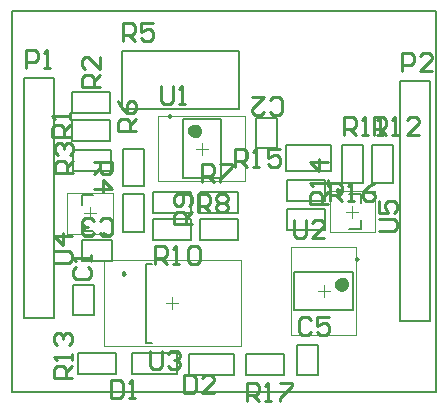
<source format=gto>
G04*
G04 #@! TF.GenerationSoftware,Altium Limited,Altium Designer,19.1.8 (144)*
G04*
G04 Layer_Color=65535*
%FSLAX25Y25*%
%MOIN*%
G70*
G01*
G75*
%ADD10C,0.00984*%
%ADD11C,0.02362*%
%ADD12C,0.00787*%
%ADD13C,0.01000*%
%ADD14C,0.00197*%
%ADD15C,0.00394*%
D10*
X382264Y266823D02*
X381526Y267249D01*
Y266397D01*
X382264Y266823D01*
X453768Y294587D02*
X453029Y295013D01*
Y294160D01*
X453768Y294587D01*
X375716Y279913D02*
X374978Y280340D01*
Y279487D01*
X375716Y279913D01*
X459839Y271728D02*
X459100Y272155D01*
Y271302D01*
X459839Y271728D01*
X397535Y319346D02*
X396797Y319773D01*
Y318920D01*
X397535Y319346D01*
D11*
X455587Y263362D02*
X455142Y264286D01*
X454143Y264514D01*
X453341Y263875D01*
Y262850D01*
X454143Y262211D01*
X455142Y262439D01*
X455587Y263362D01*
X406591Y314405D02*
X406146Y315329D01*
X405147Y315557D01*
X404345Y314918D01*
Y313893D01*
X405147Y313254D01*
X406146Y313482D01*
X406591Y314405D01*
D12*
X486000Y331000D02*
Y354500D01*
X344500D02*
X486000D01*
X446500Y233000D02*
Y243000D01*
X439500D02*
X446500D01*
X439500Y233000D02*
X446500D01*
X439500D02*
Y243000D01*
X381457Y293299D02*
X388543D01*
Y280701D02*
Y293299D01*
X381457Y280701D02*
X388543D01*
X381457D02*
Y293299D01*
X407201Y277957D02*
Y285043D01*
X419799D01*
Y277957D02*
Y285043D01*
X407201Y277957D02*
X419799D01*
X391701Y285043D02*
X404299D01*
X391701Y277957D02*
Y285043D01*
Y277957D02*
X404299D01*
Y285043D01*
X391701Y286957D02*
X404299D01*
Y294043D01*
X391701D02*
X404299D01*
X391701Y286957D02*
Y294043D01*
X344500Y351000D02*
Y354500D01*
X486000Y227500D02*
Y331000D01*
X344500Y227500D02*
X486000D01*
X344500D02*
Y351000D01*
X389252Y270189D02*
X391220D01*
X389252Y243811D02*
Y270189D01*
Y243811D02*
X391220D01*
X456819Y293406D02*
X460756D01*
Y290256D02*
Y293406D01*
X456819Y281594D02*
X460756D01*
Y284744D01*
X436201Y288543D02*
X448799D01*
X436201Y281457D02*
Y288543D01*
Y281457D02*
X448799D01*
Y288543D01*
X365000Y253146D02*
Y263146D01*
Y253146D02*
X372000D01*
X365000Y263146D02*
X372000D01*
Y253146D02*
Y263146D01*
X436201Y290957D02*
X448799D01*
Y298043D01*
X436201D02*
X448799D01*
X436201Y290957D02*
Y298043D01*
X436020Y301169D02*
Y309831D01*
X450980D01*
Y301169D02*
Y309831D01*
X436020Y301169D02*
X450980D01*
X367744Y281095D02*
X371681D01*
X367744D02*
Y284244D01*
Y292905D02*
X371681D01*
X367744Y289756D02*
Y292905D01*
X368000Y278000D02*
X378000D01*
X368000Y271000D02*
Y278000D01*
X378000Y271000D02*
Y278000D01*
X368000Y271000D02*
X378000D01*
X433000Y308854D02*
Y318854D01*
X426000D02*
X433000D01*
X426000Y308854D02*
X433000D01*
X426000D02*
Y318854D01*
X422701Y232957D02*
X435299D01*
Y240043D01*
X422701D02*
X435299D01*
X422701Y232957D02*
Y240043D01*
X403520Y232957D02*
X418480D01*
Y240043D01*
X403520D02*
X418480D01*
X403520Y232957D02*
Y240043D01*
X364701Y310957D02*
X377299D01*
Y318043D01*
X364701D02*
X377299D01*
X364701Y310957D02*
Y318043D01*
X381457Y295941D02*
Y308539D01*
Y295941D02*
X388543D01*
Y308539D01*
X381457D02*
X388543D01*
X364701Y320457D02*
X377299D01*
Y327543D01*
X364701D02*
X377299D01*
X364701Y320457D02*
Y327543D01*
X364941Y308043D02*
X377539D01*
X364941Y300957D02*
Y308043D01*
Y300957D02*
X377539D01*
Y308043D01*
X384520Y240543D02*
X399480D01*
X384520Y233457D02*
Y240543D01*
Y233457D02*
X399480D01*
Y240543D01*
X366461D02*
X379059D01*
X366461Y233457D02*
Y240543D01*
Y233457D02*
X379059D01*
Y240543D01*
X464457Y297201D02*
X471543D01*
X464457D02*
Y309799D01*
X471543D01*
Y297201D02*
Y309799D01*
X454457Y297201D02*
X461543D01*
X454457D02*
Y309799D01*
X461543D01*
Y297201D02*
Y309799D01*
X419799Y286957D02*
Y294043D01*
X407201Y286957D02*
X419799D01*
X407201D02*
Y294043D01*
X419799D01*
X381908Y321858D02*
X418768D01*
X420342D02*
Y341150D01*
X382055D02*
X420342D01*
X381120Y321858D02*
Y341150D01*
X418768Y321858D02*
X420342D01*
X381120Y321858D02*
X381908D01*
X381120Y341150D02*
X382055D01*
X474000Y251000D02*
X484000D01*
X474000D02*
Y331000D01*
X484000D01*
Y251000D02*
Y331000D01*
X438658Y254701D02*
Y267299D01*
X458343Y254701D02*
Y267299D01*
X438658Y254701D02*
X458343D01*
X438658Y267299D02*
X458343D01*
X348500Y252000D02*
X358500D01*
X348500D02*
Y332000D01*
X358500D01*
Y252000D02*
Y332000D01*
X401472Y298657D02*
X414071D01*
X401472Y318342D02*
X414071D01*
Y298657D02*
Y318342D01*
X401472Y298657D02*
Y318342D01*
X486000Y329500D02*
Y354500D01*
X344500D02*
X486000D01*
Y227500D02*
Y329500D01*
X344500Y227500D02*
Y354500D01*
Y227500D02*
X486000D01*
D13*
X444099Y251353D02*
X443099Y252352D01*
X441100D01*
X440100Y251353D01*
Y247354D01*
X441100Y246354D01*
X443099D01*
X444099Y247354D01*
X450097Y252352D02*
X446098D01*
Y249353D01*
X448097Y250353D01*
X449097D01*
X450097Y249353D01*
Y247354D01*
X449097Y246354D01*
X447098D01*
X446098Y247354D01*
X386000Y314500D02*
X380002D01*
Y317499D01*
X381002Y318499D01*
X383001D01*
X384001Y317499D01*
Y314500D01*
Y316499D02*
X386000Y318499D01*
X380002Y324497D02*
X381002Y322497D01*
X383001Y320498D01*
X385000D01*
X386000Y321498D01*
Y323497D01*
X385000Y324497D01*
X384001D01*
X383001Y323497D01*
Y320498D01*
X404500Y283500D02*
X398502D01*
Y286499D01*
X399502Y287499D01*
X401501D01*
X402501Y286499D01*
Y283500D01*
Y285499D02*
X404500Y287499D01*
X403500Y289498D02*
X404500Y290498D01*
Y292497D01*
X403500Y293497D01*
X399502D01*
X398502Y292497D01*
Y290498D01*
X399502Y289498D01*
X400501D01*
X401501Y290498D01*
Y293497D01*
X402000Y232998D02*
Y227000D01*
X404999D01*
X405999Y228000D01*
Y231998D01*
X404999Y232998D01*
X402000D01*
X411997Y227000D02*
X407998D01*
X411997Y230999D01*
Y231998D01*
X410997Y232998D01*
X408998D01*
X407998Y231998D01*
X423000Y224500D02*
Y230498D01*
X425999D01*
X426999Y229498D01*
Y227499D01*
X425999Y226499D01*
X423000D01*
X424999D02*
X426999Y224500D01*
X428998D02*
X430997D01*
X429998D01*
Y230498D01*
X428998Y229498D01*
X433996Y230498D02*
X437995D01*
Y229498D01*
X433996Y225500D01*
Y224500D01*
X467002Y281000D02*
X472000D01*
X473000Y282000D01*
Y283999D01*
X472000Y284999D01*
X467002D01*
Y290997D02*
Y286998D01*
X470001D01*
X469001Y288997D01*
Y289997D01*
X470001Y290997D01*
X472000D01*
X473000Y289997D01*
Y287998D01*
X472000Y286998D01*
X358502Y270500D02*
X363500D01*
X364500Y271500D01*
Y273499D01*
X363500Y274499D01*
X358502D01*
X364500Y279497D02*
X358502D01*
X361501Y276498D01*
Y280497D01*
X390500Y240998D02*
Y236000D01*
X391500Y235000D01*
X393499D01*
X394499Y236000D01*
Y240998D01*
X396498Y239998D02*
X397498Y240998D01*
X399497D01*
X400497Y239998D01*
Y238999D01*
X399497Y237999D01*
X398497D01*
X399497D01*
X400497Y236999D01*
Y236000D01*
X399497Y235000D01*
X397498D01*
X396498Y236000D01*
X438600Y284698D02*
Y279700D01*
X439600Y278700D01*
X441599D01*
X442599Y279700D01*
Y284698D01*
X448597Y278700D02*
X444598D01*
X448597Y282699D01*
Y283698D01*
X447597Y284698D01*
X445598D01*
X444598Y283698D01*
X394122Y329348D02*
Y324350D01*
X395121Y323350D01*
X397121D01*
X398120Y324350D01*
Y329348D01*
X400120Y323350D02*
X402119D01*
X401119D01*
Y329348D01*
X400120Y328348D01*
X450500Y291000D02*
Y296998D01*
X453499D01*
X454499Y295998D01*
Y293999D01*
X453499Y292999D01*
X450500D01*
X452499D02*
X454499Y291000D01*
X456498D02*
X458497D01*
X457498D01*
Y296998D01*
X456498Y295998D01*
X465495Y296998D02*
X463496Y295998D01*
X461496Y293999D01*
Y292000D01*
X462496Y291000D01*
X464496D01*
X465495Y292000D01*
Y292999D01*
X464496Y293999D01*
X461496D01*
X419000Y302500D02*
Y308498D01*
X421999D01*
X422999Y307498D01*
Y305499D01*
X421999Y304499D01*
X419000D01*
X420999D02*
X422999Y302500D01*
X424998D02*
X426997D01*
X425998D01*
Y308498D01*
X424998Y307498D01*
X433995Y308498D02*
X429996D01*
Y305499D01*
X431996Y306499D01*
X432996D01*
X433995Y305499D01*
Y303500D01*
X432996Y302500D01*
X430996D01*
X429996Y303500D01*
X450000Y290000D02*
X444002D01*
Y292999D01*
X445002Y293999D01*
X447001D01*
X448001Y292999D01*
Y290000D01*
Y291999D02*
X450000Y293999D01*
Y295998D02*
Y297997D01*
Y296998D01*
X444002D01*
X445002Y295998D01*
X450000Y303995D02*
X444002D01*
X447001Y300996D01*
Y304995D01*
X364520Y232000D02*
X358522D01*
Y234999D01*
X359521Y235999D01*
X361521D01*
X362520Y234999D01*
Y232000D01*
Y233999D02*
X364520Y235999D01*
Y237998D02*
Y239997D01*
Y238998D01*
X358522D01*
X359521Y237998D01*
Y242996D02*
X358522Y243996D01*
Y245995D01*
X359521Y246995D01*
X360521D01*
X361521Y245995D01*
Y244996D01*
Y245995D01*
X362520Y246995D01*
X363520D01*
X364520Y245995D01*
Y243996D01*
X363520Y242996D01*
X465100Y313200D02*
Y319198D01*
X468099D01*
X469099Y318198D01*
Y316199D01*
X468099Y315199D01*
X465100D01*
X467099D02*
X469099Y313200D01*
X471098D02*
X473097D01*
X472098D01*
Y319198D01*
X471098Y318198D01*
X480095Y313200D02*
X476096D01*
X480095Y317199D01*
Y318198D01*
X479096Y319198D01*
X477096D01*
X476096Y318198D01*
X455100Y313200D02*
Y319198D01*
X458099D01*
X459099Y318198D01*
Y316199D01*
X458099Y315199D01*
X455100D01*
X457099D02*
X459099Y313200D01*
X461098D02*
X463097D01*
X462098D01*
Y319198D01*
X461098Y318198D01*
X466096Y313200D02*
X468096D01*
X467096D01*
Y319198D01*
X466096Y318198D01*
X392260Y270000D02*
Y275998D01*
X395259D01*
X396259Y274998D01*
Y272999D01*
X395259Y271999D01*
X392260D01*
X394259D02*
X396259Y270000D01*
X398258D02*
X400257D01*
X399258D01*
Y275998D01*
X398258Y274998D01*
X403256D02*
X404256Y275998D01*
X406255D01*
X407255Y274998D01*
Y271000D01*
X406255Y270000D01*
X404256D01*
X403256Y271000D01*
Y274998D01*
X406500Y287500D02*
Y293498D01*
X409499D01*
X410499Y292498D01*
Y290499D01*
X409499Y289499D01*
X406500D01*
X408499D02*
X410499Y287500D01*
X412498Y292498D02*
X413498Y293498D01*
X415497D01*
X416497Y292498D01*
Y291499D01*
X415497Y290499D01*
X416497Y289499D01*
Y288500D01*
X415497Y287500D01*
X413498D01*
X412498Y288500D01*
Y289499D01*
X413498Y290499D01*
X412498Y291499D01*
Y292498D01*
X413498Y290499D02*
X415497D01*
X407800Y297400D02*
Y303398D01*
X410799D01*
X411799Y302398D01*
Y300399D01*
X410799Y299399D01*
X407800D01*
X409799D02*
X411799Y297400D01*
X413798Y303398D02*
X417797D01*
Y302398D01*
X413798Y298400D01*
Y297400D01*
X381700Y344500D02*
Y350498D01*
X384699D01*
X385699Y349498D01*
Y347499D01*
X384699Y346499D01*
X381700D01*
X383699D02*
X385699Y344500D01*
X391697Y350498D02*
X387698D01*
Y347499D01*
X389697Y348499D01*
X390697D01*
X391697Y347499D01*
Y345500D01*
X390697Y344500D01*
X388698D01*
X387698Y345500D01*
X372000Y304000D02*
X377998D01*
Y301001D01*
X376998Y300001D01*
X374999D01*
X373999Y301001D01*
Y304000D01*
Y302001D02*
X372000Y300001D01*
Y295003D02*
X377998D01*
X374999Y298002D01*
Y294003D01*
X364740Y300500D02*
X358742D01*
Y303499D01*
X359742Y304499D01*
X361741D01*
X362741Y303499D01*
Y300500D01*
Y302499D02*
X364740Y304499D01*
X359742Y306498D02*
X358742Y307498D01*
Y309497D01*
X359742Y310497D01*
X360741D01*
X361741Y309497D01*
Y308497D01*
Y309497D01*
X362741Y310497D01*
X363740D01*
X364740Y309497D01*
Y307498D01*
X363740Y306498D01*
X374000Y329000D02*
X368002D01*
Y331999D01*
X369002Y332999D01*
X371001D01*
X372001Y331999D01*
Y329000D01*
Y330999D02*
X374000Y332999D01*
Y338997D02*
Y334998D01*
X370001Y338997D01*
X369002D01*
X368002Y337997D01*
Y335998D01*
X369002Y334998D01*
X363740Y312500D02*
X357742D01*
Y315499D01*
X358742Y316499D01*
X360741D01*
X361741Y315499D01*
Y312500D01*
Y314499D02*
X363740Y316499D01*
Y318498D02*
Y320497D01*
Y319498D01*
X357742D01*
X358742Y318498D01*
X474600Y334400D02*
Y340398D01*
X477599D01*
X478599Y339398D01*
Y337399D01*
X477599Y336399D01*
X474600D01*
X484597Y334400D02*
X480598D01*
X484597Y338399D01*
Y339398D01*
X483597Y340398D01*
X481598D01*
X480598Y339398D01*
X349100Y335400D02*
Y341398D01*
X352099D01*
X353099Y340398D01*
Y338399D01*
X352099Y337399D01*
X349100D01*
X355098Y335400D02*
X357097D01*
X356098D01*
Y341398D01*
X355098Y340398D01*
X377500Y231498D02*
Y225500D01*
X380499D01*
X381499Y226500D01*
Y230498D01*
X380499Y231498D01*
X377500D01*
X383498Y225500D02*
X385497D01*
X384498D01*
Y231498D01*
X383498Y230498D01*
X374001Y280502D02*
X375001Y279502D01*
X377000D01*
X378000Y280502D01*
Y284500D01*
X377000Y285500D01*
X375001D01*
X374001Y284500D01*
X372002Y280502D02*
X371002Y279502D01*
X369003D01*
X368003Y280502D01*
Y281501D01*
X369003Y282501D01*
X370003D01*
X369003D01*
X368003Y283501D01*
Y284500D01*
X369003Y285500D01*
X371002D01*
X372002Y284500D01*
X430501Y320856D02*
X431501Y319856D01*
X433500D01*
X434500Y320856D01*
Y324855D01*
X433500Y325854D01*
X431501D01*
X430501Y324855D01*
X424503Y325854D02*
X428502D01*
X424503Y321856D01*
Y320856D01*
X425503Y319856D01*
X427502D01*
X428502Y320856D01*
X366002Y268999D02*
X365002Y267999D01*
Y266000D01*
X366002Y265000D01*
X370000D01*
X371000Y266000D01*
Y267999D01*
X370000Y268999D01*
X371000Y270998D02*
Y272997D01*
Y271998D01*
X365002D01*
X366002Y270998D01*
D14*
X375079Y242728D02*
Y271272D01*
X420748Y242728D02*
Y271272D01*
X375079D02*
X420748D01*
X375079Y242728D02*
X420748D01*
X450421Y280610D02*
Y294390D01*
X465579Y280610D02*
Y294390D01*
X450421D02*
X465579D01*
X450421Y280610D02*
X465579D01*
X378079Y280110D02*
Y293890D01*
X362921Y280110D02*
Y293890D01*
Y280110D02*
X378079D01*
X362921Y293890D02*
X378079D01*
X437673Y246433D02*
Y275567D01*
X459327Y246433D02*
Y275567D01*
X437673Y246433D02*
X459327D01*
X437673Y275567D02*
X459327D01*
X393205Y297673D02*
X422339D01*
X393205Y319327D02*
X422339D01*
Y297673D02*
Y319327D01*
X393205Y297673D02*
Y319327D01*
D15*
X395945Y257000D02*
X399882D01*
X397913Y255031D02*
Y258968D01*
X456032Y287500D02*
X459969D01*
X458000Y285531D02*
Y289469D01*
X368531Y287000D02*
X372468D01*
X370500Y285032D02*
Y288968D01*
X446531Y261000D02*
X450468D01*
X448500Y259032D02*
Y262968D01*
X407772Y306532D02*
Y310469D01*
X405803Y308500D02*
X409740D01*
M02*

</source>
